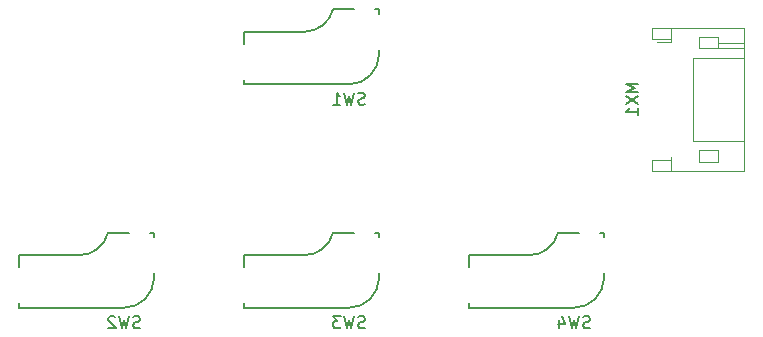
<source format=gbo>
%TF.GenerationSoftware,KiCad,Pcbnew,(5.1.12)-1*%
%TF.CreationDate,2021-12-31T17:27:04-05:00*%
%TF.ProjectId,4keymacropad,346b6579-6d61-4637-926f-7061642e6b69,rev?*%
%TF.SameCoordinates,Original*%
%TF.FileFunction,Legend,Bot*%
%TF.FilePolarity,Positive*%
%FSLAX46Y46*%
G04 Gerber Fmt 4.6, Leading zero omitted, Abs format (unit mm)*
G04 Created by KiCad (PCBNEW (5.1.12)-1) date 2021-12-31 17:27:04*
%MOMM*%
%LPD*%
G01*
G04 APERTURE LIST*
%ADD10C,0.150000*%
%ADD11C,0.120000*%
G04 APERTURE END LIST*
D10*
X162885380Y-89011285D02*
X161885380Y-89011285D01*
X162599666Y-89344619D01*
X161885380Y-89677952D01*
X162885380Y-89677952D01*
X161885380Y-90058904D02*
X162885380Y-90725571D01*
X161885380Y-90725571D02*
X162885380Y-90058904D01*
X162885380Y-91630333D02*
X162885380Y-91058904D01*
X162885380Y-91344619D02*
X161885380Y-91344619D01*
X162028238Y-91249380D01*
X162123476Y-91154142D01*
X162171095Y-91058904D01*
%TO.C,SW3*%
X129540000Y-107950000D02*
X138430000Y-107950000D01*
X129540000Y-107569000D02*
X129540000Y-107950000D01*
X129540000Y-103505000D02*
X129540000Y-104521000D01*
X134620000Y-103505000D02*
X129540000Y-103505000D01*
X138811000Y-101600000D02*
X137160000Y-101600000D01*
X140970000Y-101600000D02*
X140589000Y-101600000D01*
X140970000Y-101981000D02*
X140970000Y-101600000D01*
X140970000Y-105410000D02*
X140970000Y-105029000D01*
X140970000Y-105410000D02*
G75*
G02*
X138430000Y-107950000I-2540000J0D01*
G01*
X137084162Y-101581040D02*
G75*
G02*
X134620000Y-103505000I-2464162J616040D01*
G01*
%TO.C,SW1*%
X140970000Y-86487000D02*
X140970000Y-86106000D01*
X140970000Y-83058000D02*
X140970000Y-82677000D01*
X140970000Y-82677000D02*
X140589000Y-82677000D01*
X138811000Y-82677000D02*
X137160000Y-82677000D01*
X134620000Y-84582000D02*
X129540000Y-84582000D01*
X129540000Y-84582000D02*
X129540000Y-85598000D01*
X129540000Y-88646000D02*
X129540000Y-89027000D01*
X129540000Y-89027000D02*
X138430000Y-89027000D01*
X137084162Y-82658040D02*
G75*
G02*
X134620000Y-84582000I-2464162J616040D01*
G01*
X140970000Y-86487000D02*
G75*
G02*
X138430000Y-89027000I-2540000J0D01*
G01*
D11*
%TO.C,J1*%
X165684500Y-85436500D02*
X165684500Y-85156500D01*
X165684500Y-85156500D02*
X164084500Y-85156500D01*
X164084500Y-85156500D02*
X164084500Y-84236500D01*
X164084500Y-84236500D02*
X171904500Y-84236500D01*
X171904500Y-84236500D02*
X171904500Y-96356500D01*
X171904500Y-96356500D02*
X164084500Y-96356500D01*
X164084500Y-96356500D02*
X164084500Y-95436500D01*
X164084500Y-95436500D02*
X165684500Y-95436500D01*
X165684500Y-95436500D02*
X165684500Y-95156500D01*
X171904500Y-86796500D02*
X167544500Y-86796500D01*
X167544500Y-86796500D02*
X167544500Y-93796500D01*
X167544500Y-93796500D02*
X171904500Y-93796500D01*
X165684500Y-84236500D02*
X165684500Y-85156500D01*
X165684500Y-96356500D02*
X165684500Y-95436500D01*
X168044500Y-84996500D02*
X169644500Y-84996500D01*
X169644500Y-84996500D02*
X169644500Y-85996500D01*
X169644500Y-85996500D02*
X168044500Y-85996500D01*
X168044500Y-85996500D02*
X168044500Y-84996500D01*
X168044500Y-95596500D02*
X169644500Y-95596500D01*
X169644500Y-95596500D02*
X169644500Y-94596500D01*
X169644500Y-94596500D02*
X168044500Y-94596500D01*
X168044500Y-94596500D02*
X168044500Y-95596500D01*
X169644500Y-85996500D02*
X171904500Y-85996500D01*
X169644500Y-85496500D02*
X171904500Y-85496500D01*
X165684500Y-85436500D02*
X164469500Y-85436500D01*
D10*
%TO.C,SW2*%
X110490000Y-107950000D02*
X119380000Y-107950000D01*
X110490000Y-107569000D02*
X110490000Y-107950000D01*
X110490000Y-103505000D02*
X110490000Y-104521000D01*
X115570000Y-103505000D02*
X110490000Y-103505000D01*
X119761000Y-101600000D02*
X118110000Y-101600000D01*
X121920000Y-101600000D02*
X121539000Y-101600000D01*
X121920000Y-101981000D02*
X121920000Y-101600000D01*
X121920000Y-105410000D02*
X121920000Y-105029000D01*
X121920000Y-105410000D02*
G75*
G02*
X119380000Y-107950000I-2540000J0D01*
G01*
X118034162Y-101581040D02*
G75*
G02*
X115570000Y-103505000I-2464162J616040D01*
G01*
%TO.C,SW4*%
X160020000Y-105410000D02*
X160020000Y-105029000D01*
X160020000Y-101981000D02*
X160020000Y-101600000D01*
X160020000Y-101600000D02*
X159639000Y-101600000D01*
X157861000Y-101600000D02*
X156210000Y-101600000D01*
X153670000Y-103505000D02*
X148590000Y-103505000D01*
X148590000Y-103505000D02*
X148590000Y-104521000D01*
X148590000Y-107569000D02*
X148590000Y-107950000D01*
X148590000Y-107950000D02*
X157480000Y-107950000D01*
X156134162Y-101581040D02*
G75*
G02*
X153670000Y-103505000I-2464162J616040D01*
G01*
X160020000Y-105410000D02*
G75*
G02*
X157480000Y-107950000I-2540000J0D01*
G01*
%TO.C,SW3*%
X139763333Y-109624761D02*
X139620476Y-109672380D01*
X139382380Y-109672380D01*
X139287142Y-109624761D01*
X139239523Y-109577142D01*
X139191904Y-109481904D01*
X139191904Y-109386666D01*
X139239523Y-109291428D01*
X139287142Y-109243809D01*
X139382380Y-109196190D01*
X139572857Y-109148571D01*
X139668095Y-109100952D01*
X139715714Y-109053333D01*
X139763333Y-108958095D01*
X139763333Y-108862857D01*
X139715714Y-108767619D01*
X139668095Y-108720000D01*
X139572857Y-108672380D01*
X139334761Y-108672380D01*
X139191904Y-108720000D01*
X138858571Y-108672380D02*
X138620476Y-109672380D01*
X138430000Y-108958095D01*
X138239523Y-109672380D01*
X138001428Y-108672380D01*
X137715714Y-108672380D02*
X137096666Y-108672380D01*
X137430000Y-109053333D01*
X137287142Y-109053333D01*
X137191904Y-109100952D01*
X137144285Y-109148571D01*
X137096666Y-109243809D01*
X137096666Y-109481904D01*
X137144285Y-109577142D01*
X137191904Y-109624761D01*
X137287142Y-109672380D01*
X137572857Y-109672380D01*
X137668095Y-109624761D01*
X137715714Y-109577142D01*
%TO.C,SW1*%
X139763333Y-90701761D02*
X139620476Y-90749380D01*
X139382380Y-90749380D01*
X139287142Y-90701761D01*
X139239523Y-90654142D01*
X139191904Y-90558904D01*
X139191904Y-90463666D01*
X139239523Y-90368428D01*
X139287142Y-90320809D01*
X139382380Y-90273190D01*
X139572857Y-90225571D01*
X139668095Y-90177952D01*
X139715714Y-90130333D01*
X139763333Y-90035095D01*
X139763333Y-89939857D01*
X139715714Y-89844619D01*
X139668095Y-89797000D01*
X139572857Y-89749380D01*
X139334761Y-89749380D01*
X139191904Y-89797000D01*
X138858571Y-89749380D02*
X138620476Y-90749380D01*
X138430000Y-90035095D01*
X138239523Y-90749380D01*
X138001428Y-89749380D01*
X137096666Y-90749380D02*
X137668095Y-90749380D01*
X137382380Y-90749380D02*
X137382380Y-89749380D01*
X137477619Y-89892238D01*
X137572857Y-89987476D01*
X137668095Y-90035095D01*
%TO.C,SW2*%
X120713333Y-109624761D02*
X120570476Y-109672380D01*
X120332380Y-109672380D01*
X120237142Y-109624761D01*
X120189523Y-109577142D01*
X120141904Y-109481904D01*
X120141904Y-109386666D01*
X120189523Y-109291428D01*
X120237142Y-109243809D01*
X120332380Y-109196190D01*
X120522857Y-109148571D01*
X120618095Y-109100952D01*
X120665714Y-109053333D01*
X120713333Y-108958095D01*
X120713333Y-108862857D01*
X120665714Y-108767619D01*
X120618095Y-108720000D01*
X120522857Y-108672380D01*
X120284761Y-108672380D01*
X120141904Y-108720000D01*
X119808571Y-108672380D02*
X119570476Y-109672380D01*
X119380000Y-108958095D01*
X119189523Y-109672380D01*
X118951428Y-108672380D01*
X118618095Y-108767619D02*
X118570476Y-108720000D01*
X118475238Y-108672380D01*
X118237142Y-108672380D01*
X118141904Y-108720000D01*
X118094285Y-108767619D01*
X118046666Y-108862857D01*
X118046666Y-108958095D01*
X118094285Y-109100952D01*
X118665714Y-109672380D01*
X118046666Y-109672380D01*
%TO.C,SW4*%
X158813333Y-109624761D02*
X158670476Y-109672380D01*
X158432380Y-109672380D01*
X158337142Y-109624761D01*
X158289523Y-109577142D01*
X158241904Y-109481904D01*
X158241904Y-109386666D01*
X158289523Y-109291428D01*
X158337142Y-109243809D01*
X158432380Y-109196190D01*
X158622857Y-109148571D01*
X158718095Y-109100952D01*
X158765714Y-109053333D01*
X158813333Y-108958095D01*
X158813333Y-108862857D01*
X158765714Y-108767619D01*
X158718095Y-108720000D01*
X158622857Y-108672380D01*
X158384761Y-108672380D01*
X158241904Y-108720000D01*
X157908571Y-108672380D02*
X157670476Y-109672380D01*
X157480000Y-108958095D01*
X157289523Y-109672380D01*
X157051428Y-108672380D01*
X156241904Y-109005714D02*
X156241904Y-109672380D01*
X156480000Y-108624761D02*
X156718095Y-109339047D01*
X156099047Y-109339047D01*
%TD*%
M02*

</source>
